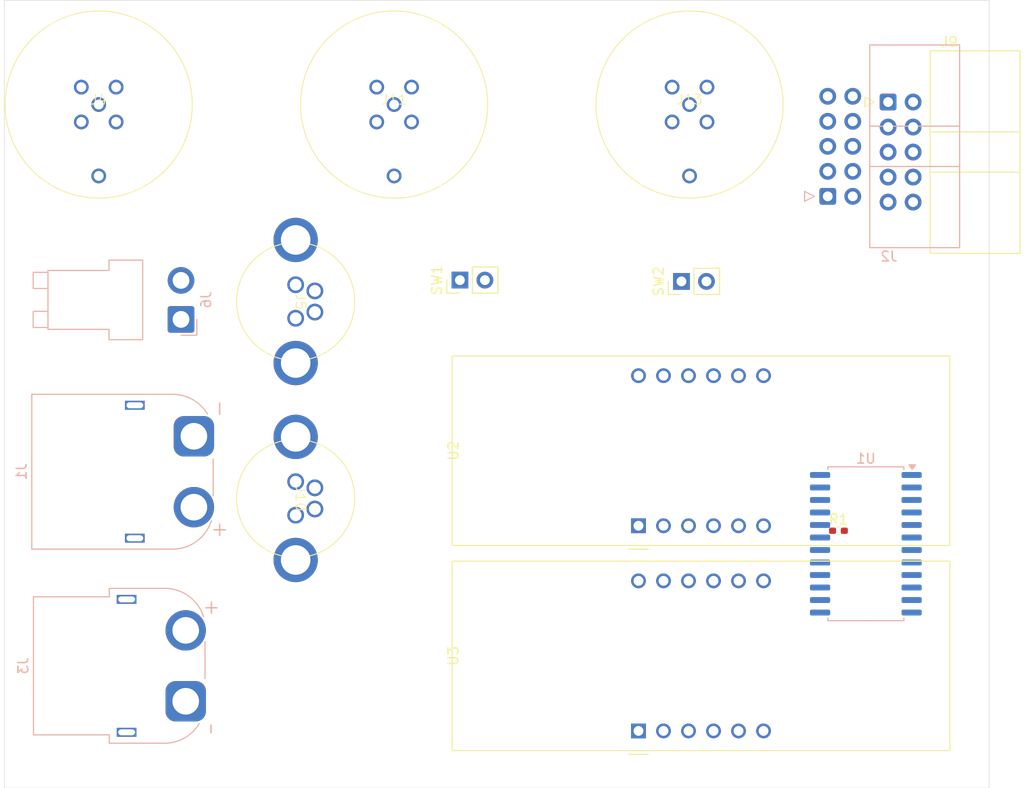
<source format=kicad_pcb>
(kicad_pcb (version 20240108) (generator "pcbnew") (generator_version "8.0")
  (layers (0 "F.Cu" signal) (31 "B.Cu" signal) (34 "B.Paste" user) (35 "F.Paste" user) (36 "B.SilkS" user "B.Silkscreen") (37 "F.SilkS" user "F.Silkscreen") (38 "B.Mask" user) (39 "F.Mask" user) (44 "Edge.Cuts" user))
  (net 0 "")
  (net 1 "/PACK+")
  (net 2 "/PACK-")
  (net 3 "/CANL")
  (net 4 "/DISP_CLK")
  (net 5 "/CANH")
  (net 6 "/MCU_RST")
  (net 7 "/MODE_BTN_B")
  (net 8 "+5V")
  (net 9 "/DISP_CS")
  (net 10 "GND")
  (net 11 "/DISP_DIN")
  (net 12 "/MODE_BTN_A")
  (net 13 "/CHG_EXT")
  (net 14 "/SEG_6")
  (net 15 "/SEG_0")
  (net 16 "/SEG_5")
  (net 17 "/DIG_3")
  (net 18 "/DIG_2")
  (net 19 "/SEG_2")
  (net 20 "/SEG_7")
  (net 21 "/SEG_3")
  (net 22 "/SEG_4")
  (net 23 "/DIG_1")
  (net 24 "/SEG_1")
  (net 25 "/DIG_0")
  (net 26 "/DIG_5")
  (net 27 "/DIG_6")
  (net 28 "/DIG_4")
  (net 29 "/DIG_7")
  (net 31 "Net-(U1-ISET)")
  (net 36 "Net-(J11-Pin_3)")
  (net 37 "/MODE_BTN_TS1control")
  (net 38 "/peripheral")
  (net 43 "Net-(J11-Pin_1)")
  (footprint "Resistor_SMD:R_0402_1005Metric_Pad0.72x0.64mm_HandSolder" (layer "F.Cu") (at 75.1199 43.2816)
    (property "Reference" "R1" (at 0 -1.17 0) (layer "F.SilkS"))
    (property "Value" "2k2")
    (fp_line (start -0.167621 -0.38) (end 0.167621 -0.38) (stroke (width 0.12)) (layer "F.SilkS"))
    (fp_line (start -0.167621 0.38) (end 0.167621 0.38) (stroke (width 0.12)) (layer "F.SilkS"))
    (pad "1" smd roundrect (at -0.5975 0) (size 0.715 0.64) (layers "F.Cu" "F.Paste" "F.Mask") (net 31 "Net-(U1-ISET)"))
    (pad "2" smd roundrect (at 0.5975 0) (size 0.715 0.64) (layers "F.Cu" "F.Paste" "F.Mask") (net 8 "+5V"))
  )
  (footprint "nturt_kicad_lib_EP6:M12-5P-ground" (layer "F.Cu") (at 0 0)
    (property "Reference" "J4" (at 0 -0.5 0) (layer "F.SilkS") (effects (font (thickness 0.1))))
    (property "Value" "charge")
    (fp_circle (center 0 0) (end 9.5 0) (stroke (width 0.1)) (fill none) (layer "F.SilkS"))
    (pad "1" thru_hole circle (at 1.7678 -1.7678) (size 1.5 1.5) (drill 1) (layers "*.Cu" "*.Mask") (net 2 "/PACK-"))
    (pad "2" thru_hole circle (at -1.7678 -1.7678) (size 1.5 1.5) (drill 1) (layers "*.Cu" "*.Mask") (net 2 "/PACK-"))
    (pad "3" thru_hole circle (at -1.7678 1.7678) (size 1.5 1.5) (drill 1) (layers "*.Cu" "*.Mask") (net 13 "/CHG_EXT"))
    (pad "4" thru_hole circle (at 1.7678 1.7678) (size 1.5 1.5) (drill 1) (layers "*.Cu" "*.Mask") (net 13 "/CHG_EXT"))
    (pad "5" thru_hole circle (at 0 0) (size 1.5 1.5) (drill 1) (layers "*.Cu" "*.Mask"))
    (pad "6" thru_hole circle (at 0 7.25) (size 1.5 1.5) (drill 1) (layers "*.Cu" "*.Mask"))
  )
  (footprint "Connector_PinHeader_2.54mm:PinHeader_1x02_P2.54mm_Vertical" (layer "F.Cu") (at 59.177 17.9578 90)
    (property "Reference" "SW2" (at 0 -2.33 90) (layer "F.SilkS"))
    (property "Value" "MCU_RST")
    (fp_line (start -1.33 -1.33) (end 0 -1.33) (stroke (width 0.12)) (layer "F.SilkS"))
    (fp_line (start -1.33 0) (end -1.33 -1.33) (stroke (width 0.12)) (layer "F.SilkS"))
    (fp_line (start 1.33 1.27) (end 1.33 3.87) (stroke (width 0.12)) (layer "F.SilkS"))
    (fp_line (start -1.33 1.27) (end 1.33 1.27) (stroke (width 0.12)) (layer "F.SilkS"))
    (fp_line (start -1.33 1.27) (end -1.33 3.87) (stroke (width 0.12)) (layer "F.SilkS"))
    (fp_line (start -1.33 3.87) (end 1.33 3.87) (stroke (width 0.12)) (layer "F.SilkS"))
    (pad "1" thru_hole rect (at 0 0 90) (size 1.7 1.7) (drill 1) (layers "*.Cu" "*.Mask") (net 6 "/MCU_RST"))
    (pad "2" thru_hole oval (at 0 2.54 90) (size 1.7 1.7) (drill 1) (layers "*.Cu" "*.Mask") (net 10 "GND"))
  )
  (footprint "nturt_kicad_lib_EP6:M12-5P-ground" (layer "F.Cu") (at 60 0)
    (property "Reference" "J13" (at 0 -0.5 0) (layer "F.SilkS") (effects (font (thickness 0.1))))
    (property "Value" "24V out")
    (fp_circle (center 0 0) (end 9.5 0) (stroke (width 0.1)) (fill none) (layer "F.SilkS"))
    (pad "1" thru_hole circle (at 1.7678 -1.7678) (size 1.5 1.5) (drill 1) (layers "*.Cu" "*.Mask") (net 2 "/PACK-"))
    (pad "2" thru_hole circle (at -1.7678 -1.7678) (size 1.5 1.5) (drill 1) (layers "*.Cu" "*.Mask") (net 2 "/PACK-"))
    (pad "3" thru_hole circle (at -1.7678 1.7678) (size 1.5 1.5) (drill 1) (layers "*.Cu" "*.Mask") (net 43 "Net-(J11-Pin_1)"))
    (pad "4" thru_hole circle (at 1.7678 1.7678) (size 1.5 1.5) (drill 1) (layers "*.Cu" "*.Mask") (net 43 "Net-(J11-Pin_1)"))
    (pad "5" thru_hole circle (at 0 0) (size 1.5 1.5) (drill 1) (layers "*.Cu" "*.Mask"))
    (pad "6" thru_hole circle (at 0 7.25) (size 1.5 1.5) (drill 1) (layers "*.Cu" "*.Mask"))
  )
  (footprint "Connector_IDC:IDC-Header_2x05_P2.54mm_Horizontal" (layer "F.Cu") (at 80.1624 -0.254)
    (property "Reference" "J9" (at 6.215 -6.1 0) (layer "F.SilkS"))
    (property "Value" "Front Panel")
    (fp_line (start -2.35 -0.5) (end -2.35 0.5) (stroke (width 0.12)) (layer "F.SilkS"))
    (fp_line (start -2.35 0.5) (end -1.35 0) (stroke (width 0.12)) (layer "F.SilkS"))
    (fp_line (start -1.35 0) (end -2.35 -0.5) (stroke (width 0.12)) (layer "F.SilkS"))
    (fp_line (start 4.27 -5.21) (end 13.39 -5.21) (stroke (width 0.12)) (layer "F.SilkS"))
    (fp_line (start 4.27 3.03) (end 13.39 3.03) (stroke (width 0.12)) (layer "F.SilkS"))
    (fp_line (start 4.27 7.13) (end 13.39 7.13) (stroke (width 0.12)) (layer "F.SilkS"))
    (fp_line (start 4.27 15.37) (end 4.27 -5.21) (stroke (width 0.12)) (layer "F.SilkS"))
    (fp_line (start 13.39 -5.21) (end 13.39 15.37) (stroke (width 0.12)) (layer "F.SilkS"))
    (fp_line (start 13.39 15.37) (end 4.27 15.37) (stroke (width 0.12)) (layer "F.SilkS"))
    (pad "1" thru_hole roundrect (at 0 0) (size 1.7 1.7) (drill 1) (layers "*.Cu" "*.Mask") (roundrect_rratio 0.147059) (net 8 "+5V"))
    (pad "2" thru_hole circle (at 2.54 0) (size 1.7 1.7) (drill 1) (layers "*.Cu" "*.Mask") (net 38 "/peripheral"))
    (pad "3" thru_hole circle (at 0 2.54) (size 1.7 1.7) (drill 1) (layers "*.Cu" "*.Mask") (net 5 "/CANH"))
    (pad "4" thru_hole circle (at 2.54 2.54) (size 1.7 1.7) (drill 1) (layers "*.Cu" "*.Mask") (net 3 "/CANL"))
    (pad "5" thru_hole circle (at 0 5.08) (size 1.7 1.7) (drill 1) (layers "*.Cu" "*.Mask") (net 37 "/MODE_BTN_TS1control"))
    (pad "6" thru_hole circle (at 2.54 5.08) (size 1.7 1.7) (drill 1) (layers "*.Cu" "*.Mask") (net 6 "/MCU_RST"))
    (pad "7" thru_hole circle (at 0 7.62) (size 1.7 1.7) (drill 1) (layers "*.Cu" "*.Mask") (net 4 "/DISP_CLK"))
    (pad "8" thru_hole circle (at 2.54 7.62) (size 1.7 1.7) (drill 1) (layers "*.Cu" "*.Mask") (net 9 "/DISP_CS"))
    (pad "9" thru_hole circle (at 0 10.16) (size 1.7 1.7) (drill 1) (layers "*.Cu" "*.Mask") (net 11 "/DISP_DIN"))
    (pad "10" thru_hole circle (at 2.54 10.16) (size 1.7 1.7) (drill 1) (layers "*.Cu" "*.Mask") (net 10 "GND"))
  )
  (footprint "Connector_PinHeader_2.54mm:PinHeader_1x02_P2.54mm_Vertical" (layer "F.Cu") (at 36.6776 17.8308 90)
    (property "Reference" "SW1" (at 0 -2.33 90) (layer "F.SilkS"))
    (property "Value" "MODE_CTL_BTN")
    (fp_line (start -1.33 -1.33) (end 0 -1.33) (stroke (width 0.12)) (layer "F.SilkS"))
    (fp_line (start -1.33 0) (end -1.33 -1.33) (stroke (width 0.12)) (layer "F.SilkS"))
    (fp_line (start 1.33 1.27) (end 1.33 3.87) (stroke (width 0.12)) (layer "F.SilkS"))
    (fp_line (start -1.33 1.27) (end 1.33 1.27) (stroke (width 0.12)) (layer "F.SilkS"))
    (fp_line (start -1.33 1.27) (end -1.33 3.87) (stroke (width 0.12)) (layer "F.SilkS"))
    (fp_line (start -1.33 3.87) (end 1.33 3.87) (stroke (width 0.12)) (layer "F.SilkS"))
    (pad "1" thru_hole rect (at 0 0 90) (size 1.7 1.7) (drill 1) (layers "*.Cu" "*.Mask") (net 12 "/MODE_BTN_A"))
    (pad "2" thru_hole oval (at 0 2.54 90) (size 1.7 1.7) (drill 1) (layers "*.Cu" "*.Mask") (net 7 "/MODE_BTN_B"))
  )
  (footprint "Display_7Segment:CA56-12EWA" (layer "F.Cu") (at 54.8132 63.6086 90)
    (property "Reference" "U3" (at 7.62 -18.8 90) (layer "F.SilkS"))
    (property "Value" "CA56-12SRWA")
    (fp_line (start -2 -18.92) (end 17.24 -18.92) (stroke (width 0.12)) (layer "F.SilkS"))
    (fp_line (start -2 -18.92) (end -2 31.62) (stroke (width 0.12)) (layer "F.SilkS"))
    (fp_line (start -2.38 -1) (end -2.38 1) (stroke (width 0.12)) (layer "F.SilkS"))
    (fp_line (start 17.24 31.62) (end 17.24 -18.92) (stroke (width 0.12)) (layer "F.SilkS"))
    (fp_line (start -2 31.62) (end 17.24 31.62) (stroke (width 0.12)) (layer "F.SilkS"))
    (pad "1" thru_hole rect (at 0 0 90) (size 1.5 1.5) (drill 1) (layers "*.Cu" "*.Mask") (net 22 "/SEG_4"))
    (pad "2" thru_hole circle (at 0 2.54 90) (size 1.5 1.5) (drill 1) (layers "*.Cu" "*.Mask") (net 21 "/SEG_3"))
    (pad "3" thru_hole circle (at 0 5.08 90) (size 1.5 1.5) (drill 1) (layers "*.Cu" "*.Mask") (net 20 "/SEG_7"))
    (pad "4" thru_hole circle (at 0 7.62 90) (size 1.5 1.5) (drill 1) (layers "*.Cu" "*.Mask") (net 19 "/SEG_2"))
    (pad "5" thru_hole circle (at 0 10.16 90) (size 1.5 1.5) (drill 1) (layers "*.Cu" "*.Mask") (net 14 "/SEG_6"))
    (pad "6" thru_hole circle (at 0 12.7 90) (size 1.5 1.5) (drill 1) (layers "*.Cu" "*.Mask") (net 29 "/DIG_7"))
    (pad "7" thru_hole circle (at 15.24 12.7 90) (size 1.5 1.5) (drill 1) (layers "*.Cu" "*.Mask") (net 24 "/SEG_1"))
    (pad "8" thru_hole circle (at 15.24 10.16 90) (size 1.5 1.5) (drill 1) (layers "*.Cu" "*.Mask") (net 27 "/DIG_6"))
    (pad "9" thru_hole circle (at 15.24 7.62 90) (size 1.5 1.5) (drill 1) (layers "*.Cu" "*.Mask") (net 26 "/DIG_5"))
    (pad "10" thru_hole circle (at 15.24 5.08 90) (size 1.5 1.5) (drill 1) (layers "*.Cu" "*.Mask") (net 16 "/SEG_5"))
    (pad "11" thru_hole circle (at 15.24 2.54 90) (size 1.5 1.5) (drill 1) (layers "*.Cu" "*.Mask") (net 15 "/SEG_0"))
    (pad "12" thru_hole circle (at 15.24 0 90) (size 1.5 1.5) (drill 1) (layers "*.Cu" "*.Mask") (net 28 "/DIG_4"))
  )
  (footprint "nturt_kicad_lib_EP6:WP-04F3-26-11" (layer "F.Cu") (at 20 40 -90)
    (property "Reference" "J10" (at 0 -0.5 -90) (layer "F.SilkS") (effects (font (thickness 0.1))))
    (property "Value" "CAN")
    (fp_circle (center 0 0) (end 6 0) (stroke (width 0.1)) (fill none) (layer "F.SilkS"))
    (pad "1" thru_hole circle (at 1.7 0 270) (size 1.7 1.7) (drill 1.2) (layers "*.Cu" "*.Mask") (net 3 "/CANL"))
    (pad "2" thru_hole circle (at 1.075 -1.95 270) (size 1.7 1.7) (drill 1.2) (layers "*.Cu" "*.Mask"))
    (pad "3" thru_hole circle (at -1.7 0 270) (size 1.7 1.7) (drill 1.2) (layers "*.Cu" "*.Mask") (net 10 "GND"))
    (pad "4" thru_hole circle (at -1.075 -1.95 270) (size 1.7 1.7) (drill 1.2) (layers "*.Cu" "*.Mask") (net 5 "/CANH"))
    (pad "5" thru_hole circle (at -6.25 0 270) (size 4.5 4.5) (drill 3) (layers "*.Cu" "*.Mask"))
    (pad "5" thru_hole circle (at 6.25 0 270) (size 4.5 4.5) (drill 3) (layers "*.Cu" "*.Mask"))
  )
  (footprint "nturt_kicad_lib_EP6:WP-04F3-26-11" (layer "F.Cu") (at 20 20 -90)
    (property "Reference" "J5" (at 0 -0.5 -90) (layer "F.SilkS") (effects (font (thickness 0.1))))
    (property "Value" "toFront")
    (fp_circle (center 0 0) (end 6 0) (stroke (width 0.1)) (fill none) (layer "F.SilkS"))
    (pad "1" thru_hole circle (at 1.7 0 270) (size 1.7 1.7) (drill 1.2) (layers "*.Cu" "*.Mask") (net 5 "/CANH"))
    (pad "2" thru_hole circle (at 1.075 -1.95 270) (size 1.7 1.7) (drill 1.2) (layers "*.Cu" "*.Mask") (net 3 "/CANL"))
    (pad "3" thru_hole circle (at -1.7 0 270) (size 1.7 1.7) (drill 1.2) (layers "*.Cu" "*.Mask") (net 1 "/PACK+"))
    (pad "4" thru_hole circle (at -1.075 -1.95 270) (size 1.7 1.7) (drill 1.2) (layers "*.Cu" "*.Mask") (net 2 "/PACK-"))
    (pad "5" thru_hole circle (at -6.25 0 270) (size 4.5 4.5) (drill 3) (layers "*.Cu" "*.Mask"))
    (pad "5" thru_hole circle (at 6.25 0 270) (size 4.5 4.5) (drill 3) (layers "*.Cu" "*.Mask"))
  )
  (footprint "nturt_kicad_lib_EP6:M12-5P-ground" (layer "F.Cu") (at 30 0)
    (property "Reference" "J11" (at 0 -0.5 0) (layer "F.SilkS") (effects (font (thickness 0.1))))
    (property "Value" "GLVMS")
    (fp_circle (center 0 0) (end 9.5 0) (stroke (width 0.1)) (fill none) (layer "F.SilkS"))
    (pad "1" thru_hole circle (at 1.7678 -1.7678) (size 1.5 1.5) (drill 1) (layers "*.Cu" "*.Mask") (net 43 "Net-(J11-Pin_1)"))
    (pad "2" thru_hole circle (at -1.7678 -1.7678) (size 1.5 1.5) (drill 1) (layers "*.Cu" "*.Mask") (net 43 "Net-(J11-Pin_1)"))
    (pad "3" thru_hole circle (at -1.7678 1.7678) (size 1.5 1.5) (drill 1) (layers "*.Cu" "*.Mask") (net 36 "Net-(J11-Pin_3)"))
    (pad "4" thru_hole circle (at 1.7678 1.7678) (size 1.5 1.5) (drill 1) (layers "*.Cu" "*.Mask") (net 36 "Net-(J11-Pin_3)"))
    (pad "5" thru_hole circle (at 0 0) (size 1.5 1.5) (drill 1) (layers "*.Cu" "*.Mask"))
    (pad "6" thru_hole circle (at 0 7.25) (size 1.5 1.5) (drill 1) (layers "*.Cu" "*.Mask"))
  )
  (footprint "Display_7Segment:CA56-12EWA" (layer "F.Cu") (at 54.8132 42.7736 90)
    (property "Reference" "U2" (at 7.62 -18.8 90) (layer "F.SilkS"))
    (property "Value" "CA56-12SRWA")
    (fp_line (start -2 -18.92) (end 17.24 -18.92) (stroke (width 0.12)) (layer "F.SilkS"))
    (fp_line (start -2 -18.92) (end -2 31.62) (stroke (width 0.12)) (layer "F.SilkS"))
    (fp_line (start -2.38 -1) (end -2.38 1) (stroke (width 0.12)) (layer "F.SilkS"))
    (fp_line (start 17.24 31.62) (end 17.24 -18.92) (stroke (width 0.12)) (layer "F.SilkS"))
    (fp_line (start -2 31.62) (end 17.24 31.62) (stroke (width 0.12)) (layer "F.SilkS"))
    (pad "1" thru_hole rect (at 0 0 90) (size 1.5 1.5) (drill 1) (layers "*.Cu" "*.Mask") (net 22 "/SEG_4"))
    (pad "2" thru_hole circle (at 0 2.54 90) (size 1.5 1.5) (drill 1) (layers "*.Cu" "*.Mask") (net 21 "/SEG_3"))
    (pad "3" thru_hole circle (at 0 5.08 90) (size 1.5 1.5) (drill 1) (layers "*.Cu" "*.Mask") (net 20 "/SEG_7"))
    (pad "4" thru_hole circle (at 0 7.62 90) (size 1.5 1.5) (drill 1) (layers "*.Cu" "*.Mask") (net 19 "/SEG_2"))
    (pad "5" thru_hole circle (at 0 10.16 90) (size 1.5 1.5) (drill 1) (layers "*.Cu" "*.Mask") (net 14 "/SEG_6"))
    (pad "6" thru_hole circle (at 0 12.7 90) (size 1.5 1.5) (drill 1) (layers "*.Cu" "*.Mask") (net 17 "/DIG_3"))
    (pad "7" thru_hole circle (at 15.24 12.7 90) (size 1.5 1.5) (drill 1) (layers "*.Cu" "*.Mask") (net 24 "/SEG_1"))
    (pad "8" thru_hole circle (at 15.24 10.16 90) (size 1.5 1.5) (drill 1) (layers "*.Cu" "*.Mask") (net 18 "/DIG_2"))
    (pad "9" thru_hole circle (at 15.24 7.62 90) (size 1.5 1.5) (drill 1) (layers "*.Cu" "*.Mask") (net 23 "/DIG_1"))
    (pad "10" thru_hole circle (at 15.24 5.08 90) (size 1.5 1.5) (drill 1) (layers "*.Cu" "*.Mask") (net 16 "/SEG_5"))
    (pad "11" thru_hole circle (at 15.24 2.54 90) (size 1.5 1.5) (drill 1) (layers "*.Cu" "*.Mask") (net 15 "/SEG_0"))
    (pad "12" thru_hole circle (at 15.24 0 90) (size 1.5 1.5) (drill 1) (layers "*.Cu" "*.Mask") (net 25 "/DIG_0"))
  )
  (footprint "Package_SO:SOIC-24W_7.5x15.4mm_P1.27mm" (layer "B.Cu") (at 77.9018 44.6016 180)
    (property "Reference" "U1" (at 0 8.65 0) (layer "B.SilkS") (effects (justify mirror)))
    (property "Value" "MAX7219")
    (fp_line (start 3.86 7.81) (end 0 7.81) (stroke (width 0.12)) (layer "B.SilkS"))
    (fp_line (start 3.86 7.545) (end 3.86 7.81) (stroke (width 0.12)) (layer "B.SilkS"))
    (fp_line (start 3.86 -7.545) (end 3.86 -7.81) (stroke (width 0.12)) (layer "B.SilkS"))
    (fp_line (start 3.86 -7.81) (end 0 -7.81) (stroke (width 0.12)) (layer "B.SilkS"))
    (fp_line (start -3.86 7.81) (end 0 7.81) (stroke (width 0.12)) (layer "B.SilkS"))
    (fp_line (start -3.86 7.545) (end -3.86 7.81) (stroke (width 0.12)) (layer "B.SilkS"))
    (fp_line (start -3.86 -7.545) (end -3.86 -7.81) (stroke (width 0.12)) (layer "B.SilkS"))
    (fp_line (start -3.86 -7.81) (end 0 -7.81) (stroke (width 0.12)) (layer "B.SilkS"))
    (fp_poly (pts (xy -4.7125 7.545) (xy -5.0525 8.015) (xy -4.3725 8.015) (xy -4.7125 7.545)) (stroke (width 0.12)) (fill solid) (layer "B.SilkS"))
    (pad "1" smd roundrect (at -4.65 6.985 180) (size 2.05 0.6) (layers "B.Cu" "B.Paste" "B.Mask") (net 11 "/DISP_DIN"))
    (pad "2" smd roundrect (at -4.65 5.715 180) (size 2.05 0.6) (layers "B.Cu" "B.Paste" "B.Mask") (net 25 "/DIG_0"))
    (pad "3" smd roundrect (at -4.65 4.445 180) (size 2.05 0.6) (layers "B.Cu" "B.Paste" "B.Mask") (net 28 "/DIG_4"))
    (pad "4" smd roundrect (at -4.65 3.175 180) (size 2.05 0.6) (layers "B.Cu" "B.Paste" "B.Mask") (net 10 "GND"))
    (pad "5" smd roundrect (at -4.65 1.905 180) (size 2.05 0.6) (layers "B.Cu" "B.Paste" "B.Mask") (net 27 "/DIG_6"))
    (pad "6" smd roundrect (at -4.65 0.635 180) (size 2.05 0.6) (layers "B.Cu" "B.Paste" "B.Mask") (net 18 "/DIG_2"))
    (pad "7" smd roundrect (at -4.65 -0.635 180) (size 2.05 0.6) (layers "B.Cu" "B.Paste" "B.Mask") (net 17 "/DIG_3"))
    (pad "8" smd roundrect (at -4.65 -1.905 180) (size 2.05 0.6) (layers "B.Cu" "B.Paste" "B.Mask") (net 29 "/DIG_7"))
    (pad "9" smd roundrect (at -4.65 -3.175 180) (size 2.05 0.6) (layers "B.Cu" "B.Paste" "B.Mask") (net 10 "GND"))
    (pad "10" smd roundrect (at -4.65 -4.445 180) (size 2.05 0.6) (layers "B.Cu" "B.Paste" "B.Mask") (net 26 "/DIG_5"))
    (pad "11" smd roundrect (at -4.65 -5.715 180) (size 2.05 0.6) (layers "B.Cu" "B.Paste" "B.Mask") (net 23 "/DIG_1"))
    (pad "12" smd roundrect (at -4.65 -6.985 180) (size 2.05 0.6) (layers "B.Cu" "B.Paste" "B.Mask") (net 9 "/DISP_CS"))
    (pad "13" smd roundrect (at 4.65 -6.985 180) (size 2.05 0.6) (layers "B.Cu" "B.Paste" "B.Mask") (net 4 "/DISP_CLK"))
    (pad "14" smd roundrect (at 4.65 -5.715 180) (size 2.05 0.6) (layers "B.Cu" "B.Paste" "B.Mask") (net 15 "/SEG_0"))
    (pad "15" smd roundrect (at 4.65 -4.445 180) (size 2.05 0.6) (layers "B.Cu" "B.Paste" "B.Mask") (net 16 "/SEG_5"))
    (pad "16" smd roundrect (at 4.65 -3.175 180) (size 2.05 0.6) (layers "B.Cu" "B.Paste" "B.Mask") (net 24 "/SEG_1"))
    (pad "17" smd roundrect (at 4.65 -1.905 180) (size 2.05 0.6) (layers "B.Cu" "B.Paste" "B.Mask") (net 14 "/SEG_6"))
    (pad "18" smd roundrect (at 4.65 -0.635 180) (size 2.05 0.6) (layers "B.Cu" "B.Paste" "B.Mask") (net 31 "Net-(U1-ISET)"))
    (pad "19" smd roundrect (at 4.65 0.635 180) (size 2.05 0.6) (layers "B.Cu" "B.Paste" "B.Mask") (net 8 "+5V"))
    (pad "20" smd roundrect (at 4.65 1.905 180) (size 2.05 0.6) (layers "B.Cu" "B.Paste" "B.Mask") (net 19 "/SEG_2"))
    (pad "21" smd roundrect (at 4.65 3.175 180) (size 2.05 0.6) (layers "B.Cu" "B.Paste" "B.Mask") (net 22 "/SEG_4"))
    (pad "22" smd roundrect (at 4.65 4.445 180) (size 2.05 0.6) (layers "B.Cu" "B.Paste" "B.Mask") (net 20 "/SEG_7"))
    (pad "23" smd roundrect (at 4.65 5.715 180) (size 2.05 0.6) (layers "B.Cu" "B.Paste" "B.Mask") (net 21 "/SEG_3"))
    (pad "24" smd roundrect (at 4.65 6.985 180) (size 2.05 0.6) (layers "B.Cu" "B.Paste" "B.Mask"))
  )
  (footprint "Connector_JST:JST_VH_B2PS-VH_1x02_P3.96mm_Horizontal" (layer "B.Cu") (at 8.3566 21.8186 90)
    (property "Reference" "J6" (at 1.98 2.55 90) (layer "B.SilkS") (effects (justify mirror)))
    (property "Value" "GLV_Main_Fuse")
    (fp_line (start 4.78 -15.01) (end 3.14 -15.01) (stroke (width 0.12)) (layer "B.SilkS"))
    (fp_line (start 3.14 -15.01) (end 3.14 -13.51) (stroke (width 0.12)) (layer "B.SilkS"))
    (fp_line (start 0.82 -15.01) (end -0.82 -15.01) (stroke (width 0.12)) (layer "B.SilkS"))
    (fp_line (start -0.82 -15.01) (end -0.82 -13.51) (stroke (width 0.12)) (layer "B.SilkS"))
    (fp_line (start 4.97 -13.51) (end 4.97 -7.31) (stroke (width 0.12)) (layer "B.SilkS"))
    (fp_line (start 4.78 -13.51) (end 4.78 -15.01) (stroke (width 0.12)) (layer "B.SilkS"))
    (fp_line (start 0.82 -13.51) (end 0.82 -15.01) (stroke (width 0.12)) (layer "B.SilkS"))
    (fp_line (start -1.01 -13.51) (end 4.97 -13.51) (stroke (width 0.12)) (layer "B.SilkS"))
    (fp_line (start 6.02 -7.31) (end 6.02 -3.89) (stroke (width 0.12)) (layer "B.SilkS"))
    (fp_line (start 4.97 -7.31) (end 6.02 -7.31) (stroke (width 0.12)) (layer "B.SilkS"))
    (fp_line (start -1.01 -7.31) (end -1.01 -13.51) (stroke (width 0.12)) (layer "B.SilkS"))
    (fp_line (start -2.06 -7.31) (end -1.01 -7.31) (stroke (width 0.12)) (layer "B.SilkS"))
    (fp_line (start 6.02 -3.89) (end -2.06 -3.89) (stroke (width 0.12)) (layer "B.SilkS"))
    (fp_line (start -2.06 -3.89) (end -2.06 -7.31) (stroke (width 0.12)) (layer "B.SilkS"))
    (fp_line (start -1.61 0) (end -1.61 1.61) (stroke (width 0.12)) (layer "B.SilkS"))
    (fp_line (start -1.61 1.61) (end 0 1.61) (stroke (width 0.12)) (layer "B.SilkS"))
    (pad "1" thru_hole roundrect (at 0 0 90) (size 2.7 2.7) (drill 1.7) (layers "*.Cu" "*.Mask") (roundrect_rratio 0.092593) (net 1 "/PACK+"))
    (pad "2" thru_hole circle (at 3.96 0 90) (size 2.7 2.7) (drill 1.7) (layers "*.Cu" "*.Mask") (net 36 "Net-(J11-Pin_3)"))
  )
  (footprint "Connector_AMASS:AMASS_XT60PW-M_1x02_P7.20mm_Horizontal" (layer "B.Cu") (at 9.6646 33.6872 -90)
    (property "Reference" "J1" (at 3.6 17.5 90) (layer "B.SilkS") (effects (justify mirror)))
    (property "Value" "Power In")
    (fp_line (start 11.46 16.46) (end -4.26 16.46) (stroke (width 0.12)) (layer "B.SilkS"))
    (fp_line (start -4.26 2.15) (end -4.26 16.46) (stroke (width 0.12)) (layer "B.SilkS"))
    (fp_line (start 11.46 2.15) (end 11.46 16.46) (stroke (width 0.12)) (layer "B.SilkS"))
    (fp_line (start 6.05 -1.96) (end 2.31 -1.96) (stroke (width 0.12)) (layer "B.SilkS"))
    (fp_arc (start -4.26 2.15) (mid -3.727162 0.126139) (end -2.266806 -1.372958) (stroke (width 0.12)) (layer "B.SilkS"))
    (fp_arc (start 8.551648 -1.780413) (mid 10.653852 -0.294722) (end 11.46 2.15) (stroke (width 0.12)) (layer "B.SilkS"))
    (fp_text user "-" (at -2.8 -2.5 90) (layer "B.SilkS") (effects (font (size 1.5 1.5)) (justify mirror)))
    (fp_text user "+" (at 9.5 -2.5 90) (layer "B.SilkS") (effects (font (size 1.5 1.5)) (justify mirror)))
    (pad "" thru_hole rect (at -3.15 6 270) (size 0.9 2) (drill oval 0.6 1.7) (layers "*.Cu" "*.Mask"))
    (pad "" thru_hole rect (at 10.35 6 270) (size 0.9 2) (drill oval 0.6 1.7) (layers "*.Cu" "*.Mask"))
    (pad "1" thru_hole roundrect (at 0 0 270) (size 4.1 4.1) (drill 2.7) (layers "*.Cu" "*.Mask") (net 1 "/PACK+"))
    (pad "2" thru_hole circle (at 7.2 0 270) (size 4.1 4.1) (drill 2.7) (layers "*.Cu" "*.Mask") (net 2 "/PACK-"))
  )
  (footprint "Connector_IDC:IDC-Header_2x05_P2.54mm_Horizontal" (layer "B.Cu") (at 74.0331 9.3218)
    (property "Reference" "J2" (at 6.215 6.1 0) (layer "B.SilkS") (effects (justify mirror)))
    (property "Value" "Front Panel")
    (fp_line (start -2.35 -0.5) (end -2.35 0.5) (stroke (width 0.12)) (layer "B.SilkS"))
    (fp_line (start -2.35 0.5) (end -1.35 0) (stroke (width 0.12)) (layer "B.SilkS"))
    (fp_line (start -1.35 0) (end -2.35 -0.5) (stroke (width 0.12)) (layer "B.SilkS"))
    (fp_line (start 4.27 -15.37) (end 13.39 -15.37) (stroke (width 0.12)) (layer "B.SilkS"))
    (fp_line (start 4.27 5.21) (end 4.27 -15.37) (stroke (width 0.12)) (layer "B.SilkS"))
    (fp_line (start 13.39 -15.37) (end 13.39 5.21) (stroke (width 0.12)) (layer "B.SilkS"))
    (fp_line (start 13.39 -7.13) (end 4.27 -7.13) (stroke (width 0.12)) (layer "B.SilkS"))
    (fp_line (start 13.39 -3.03) (end 4.27 -3.03) (stroke (width 0.12)) (layer "B.SilkS"))
    (fp_line (start 13.39 5.21) (end 4.27 5.21) (stroke (width 0.12)) (layer "B.SilkS"))
    (pad "1" thru_hole roundrect (at 0 0) (size 1.7 1.7) (drill 1) (layers "*.Cu" "*.Mask") (roundrect_rratio 0.147059) (net 12 "/MODE_BTN_A"))
    (pad "2" thru_hole circle (at 2.54 0) (size 1.7 1.7) (drill 1) (layers "*.Cu" "*.Mask") (net 7 "/MODE_BTN_B"))
    (pad "3" thru_hole circle (at 0 -2.54) (size 1.7 1.7) (drill 1) (layers "*.Cu" "*.Mask") (net 10 "GND"))
    (pad "4" thru_hole circle (at 2.54 -2.54) (size 1.7 1.7) (drill 1) (layers "*.Cu" "*.Mask") (net 8 "+5V"))
    (pad "5" thru_hole circle (at 0 -5.08) (size 1.7 1.7) (drill 1) (layers "*.Cu" "*.Mask") (net 5 "/CANH"))
    (pad "6" thru_hole circle (at 2.54 -5.08) (size 1.7 1.7) (drill 1) (layers "*.Cu" "*.Mask") (net 6 "/MCU_RST"))
    (pad "7" thru_hole circle (at 0 -7.62) (size 1.7 1.7) (drill 1) (layers "*.Cu" "*.Mask") (net 3 "/CANL"))
    (pad "8" thru_hole circle (at 2.54 -7.62) (size 1.7 1.7) (drill 1) (layers "*.Cu" "*.Mask") (net 9 "/DISP_CS"))
    (pad "9" thru_hole circle (at 0 -10.16) (size 1.7 1.7) (drill 1) (layers "*.Cu" "*.Mask") (net 11 "/DISP_DIN"))
    (pad "10" thru_hole circle (at 2.54 -10.16) (size 1.7 1.7) (drill 1) (layers "*.Cu" "*.Mask") (net 4 "/DISP_CLK"))
  )
  (footprint "Connector_AMASS:AMASS_XT60PW-F_1x02_P7.20mm_Horizontal" (layer "B.Cu") (at 8.8344 60.5976 -90)
    (property "Reference" "J3" (at -3.6 16.5 90) (layer "B.SilkS") (effects (justify mirror)))
    (property "Value" "Charge")
    (fp_line (start 3.41 15.46) (end -10.61 15.46) (stroke (width 0.12)) (layer "B.SilkS"))
    (fp_line (start -10.61 7.76) (end -10.61 15.46) (stroke (width 0.12)) (layer "B.SilkS"))
    (fp_line (start -10.61 7.76) (end -11.46 7.76) (stroke (width 0.12)) (layer "B.SilkS"))
    (fp_line (start 3.41 7.76) (end 3.41 15.46) (stroke (width 0.12)) (layer "B.SilkS"))
    (fp_line (start 4.26 7.76) (end 3.41 7.76) (stroke (width 0.12)) (layer "B.SilkS"))
    (fp_line (start -11.46 2.15) (end -11.46 7.76) (stroke (width 0.12)) (layer "B.SilkS"))
    (fp_line (start 4.26 2.15) (end 4.26 7.76) (stroke (width 0.12)) (layer "B.SilkS"))
    (fp_line (start -2.31 -1.96) (end -6.05 -1.96) (stroke (width 0.12)) (layer "B.SilkS"))
    (fp_arc (start -11.46 2.15) (mid -10.677645 -0.302568) (end -8.5899 -1.808718) (stroke (width 0.12)) (layer "B.SilkS"))
    (fp_arc (start 2.266806 -1.372958) (mid 3.727162 0.126139) (end 4.26 2.15) (stroke (width 0.12)) (layer "B.SilkS"))
    (fp_text user "+" (at -9.5 -2.5 90) (layer "B.SilkS") (effects (font (size 1.5 1.5)) (justify mirror)))
    (fp_text user "-" (at 2.8 -2.5 90) (layer "B.SilkS") (effects (justify mirror)))
    (pad "" thru_hole rect (at -10.35 6 270) (size 0.9 2) (drill oval 0.6 1.7) (layers "*.Cu" "*.Mask"))
    (pad "" thru_hole rect (at 3.15 6 270) (size 0.9 2) (drill oval 0.6 1.7) (layers "*.Cu" "*.Mask"))
    (pad "1" thru_hole roundrect (at 0 0 270) (size 4.1 4.1) (drill 2.7) (layers "*.Cu" "*.Mask") (net 13 "/CHG_EXT"))
    (pad "2" thru_hole circle (at -7.2 0 270) (size 4.1 4.1) (drill 2.7) (layers "*.Cu" "*.Mask") (net 2 "/PACK-"))
  )
  (gr_rect (start -9.576 -10.5918) (end 90.424 69.4082) (stroke (width 0.05)) (fill none) (layer "Edge.Cuts"))
)
</source>
